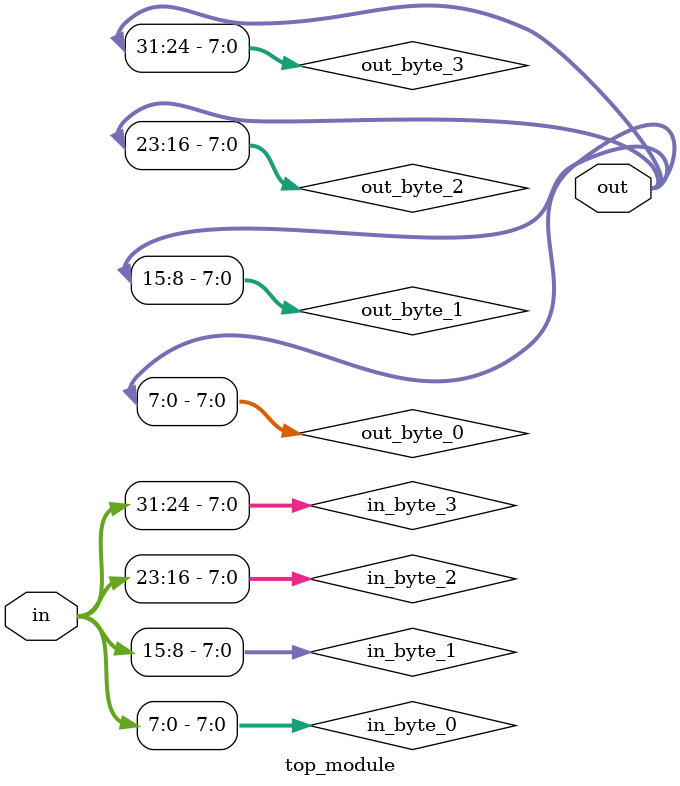
<source format=sv>
module top_module (
	input [31:0] in,
	output [31:0] out
);

	// Wire declaration
	wire [7:0] in_byte_0;
	wire [7:0] in_byte_1;
	wire [7:0] in_byte_2;
	wire [7:0] in_byte_3;
	wire [7:0] out_byte_0;
	wire [7:0] out_byte_1;
	wire [7:0] out_byte_2;
	wire [7:0] out_byte_3;

	// Reversing the byte order
	assign in_byte_0 = in[7:0];
	assign in_byte_1 = in[15:8];
	assign in_byte_2 = in[23:16];
	assign in_byte_3 = in[31:24];

	// Assigning the reversed byte order to the output
	assign out = {out_byte_3, out_byte_2, out_byte_1, out_byte_0};
	
endmodule

</source>
